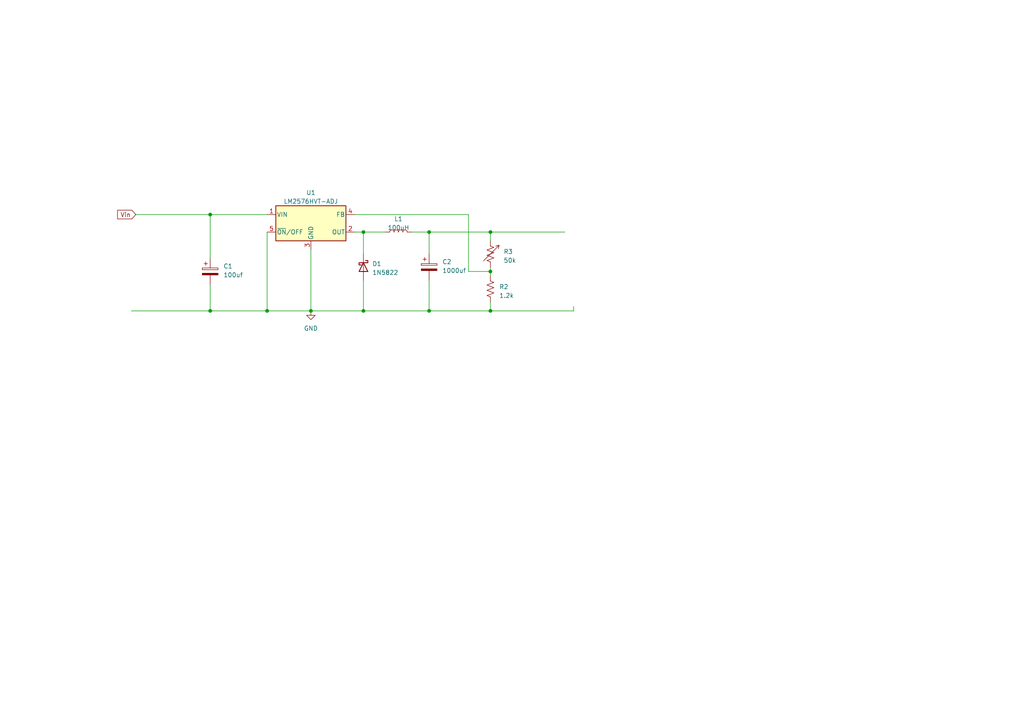
<source format=kicad_sch>
(kicad_sch (version 20230121) (generator eeschema)

  (uuid b3865e98-d021-43a3-b237-15b6d0476e9a)

  (paper "A4")

  (lib_symbols
    (symbol "Device:C_Polarized" (pin_numbers hide) (pin_names (offset 0.254)) (in_bom yes) (on_board yes)
      (property "Reference" "C" (at 0.635 2.54 0)
        (effects (font (size 1.27 1.27)) (justify left))
      )
      (property "Value" "C_Polarized" (at 0.635 -2.54 0)
        (effects (font (size 1.27 1.27)) (justify left))
      )
      (property "Footprint" "" (at 0.9652 -3.81 0)
        (effects (font (size 1.27 1.27)) hide)
      )
      (property "Datasheet" "~" (at 0 0 0)
        (effects (font (size 1.27 1.27)) hide)
      )
      (property "ki_keywords" "cap capacitor" (at 0 0 0)
        (effects (font (size 1.27 1.27)) hide)
      )
      (property "ki_description" "Polarized capacitor" (at 0 0 0)
        (effects (font (size 1.27 1.27)) hide)
      )
      (property "ki_fp_filters" "CP_*" (at 0 0 0)
        (effects (font (size 1.27 1.27)) hide)
      )
      (symbol "C_Polarized_0_1"
        (rectangle (start -2.286 0.508) (end 2.286 1.016)
          (stroke (width 0) (type default))
          (fill (type none))
        )
        (polyline
          (pts
            (xy -1.778 2.286)
            (xy -0.762 2.286)
          )
          (stroke (width 0) (type default))
          (fill (type none))
        )
        (polyline
          (pts
            (xy -1.27 2.794)
            (xy -1.27 1.778)
          )
          (stroke (width 0) (type default))
          (fill (type none))
        )
        (rectangle (start 2.286 -0.508) (end -2.286 -1.016)
          (stroke (width 0) (type default))
          (fill (type outline))
        )
      )
      (symbol "C_Polarized_1_1"
        (pin passive line (at 0 3.81 270) (length 2.794)
          (name "~" (effects (font (size 1.27 1.27))))
          (number "1" (effects (font (size 1.27 1.27))))
        )
        (pin passive line (at 0 -3.81 90) (length 2.794)
          (name "~" (effects (font (size 1.27 1.27))))
          (number "2" (effects (font (size 1.27 1.27))))
        )
      )
    )
    (symbol "Device:L" (pin_numbers hide) (pin_names (offset 1.016) hide) (in_bom yes) (on_board yes)
      (property "Reference" "L" (at -1.27 0 90)
        (effects (font (size 1.27 1.27)))
      )
      (property "Value" "L" (at 1.905 0 90)
        (effects (font (size 1.27 1.27)))
      )
      (property "Footprint" "" (at 0 0 0)
        (effects (font (size 1.27 1.27)) hide)
      )
      (property "Datasheet" "~" (at 0 0 0)
        (effects (font (size 1.27 1.27)) hide)
      )
      (property "ki_keywords" "inductor choke coil reactor magnetic" (at 0 0 0)
        (effects (font (size 1.27 1.27)) hide)
      )
      (property "ki_description" "Inductor" (at 0 0 0)
        (effects (font (size 1.27 1.27)) hide)
      )
      (property "ki_fp_filters" "Choke_* *Coil* Inductor_* L_*" (at 0 0 0)
        (effects (font (size 1.27 1.27)) hide)
      )
      (symbol "L_0_1"
        (arc (start 0 -2.54) (mid 0.6323 -1.905) (end 0 -1.27)
          (stroke (width 0) (type default))
          (fill (type none))
        )
        (arc (start 0 -1.27) (mid 0.6323 -0.635) (end 0 0)
          (stroke (width 0) (type default))
          (fill (type none))
        )
        (arc (start 0 0) (mid 0.6323 0.635) (end 0 1.27)
          (stroke (width 0) (type default))
          (fill (type none))
        )
        (arc (start 0 1.27) (mid 0.6323 1.905) (end 0 2.54)
          (stroke (width 0) (type default))
          (fill (type none))
        )
      )
      (symbol "L_1_1"
        (pin passive line (at 0 3.81 270) (length 1.27)
          (name "1" (effects (font (size 1.27 1.27))))
          (number "1" (effects (font (size 1.27 1.27))))
        )
        (pin passive line (at 0 -3.81 90) (length 1.27)
          (name "2" (effects (font (size 1.27 1.27))))
          (number "2" (effects (font (size 1.27 1.27))))
        )
      )
    )
    (symbol "Device:R_US" (pin_numbers hide) (pin_names (offset 0)) (in_bom yes) (on_board yes)
      (property "Reference" "R" (at 2.54 0 90)
        (effects (font (size 1.27 1.27)))
      )
      (property "Value" "R_US" (at -2.54 0 90)
        (effects (font (size 1.27 1.27)))
      )
      (property "Footprint" "" (at 1.016 -0.254 90)
        (effects (font (size 1.27 1.27)) hide)
      )
      (property "Datasheet" "~" (at 0 0 0)
        (effects (font (size 1.27 1.27)) hide)
      )
      (property "ki_keywords" "R res resistor" (at 0 0 0)
        (effects (font (size 1.27 1.27)) hide)
      )
      (property "ki_description" "Resistor, US symbol" (at 0 0 0)
        (effects (font (size 1.27 1.27)) hide)
      )
      (property "ki_fp_filters" "R_*" (at 0 0 0)
        (effects (font (size 1.27 1.27)) hide)
      )
      (symbol "R_US_0_1"
        (polyline
          (pts
            (xy 0 -2.286)
            (xy 0 -2.54)
          )
          (stroke (width 0) (type default))
          (fill (type none))
        )
        (polyline
          (pts
            (xy 0 2.286)
            (xy 0 2.54)
          )
          (stroke (width 0) (type default))
          (fill (type none))
        )
        (polyline
          (pts
            (xy 0 -0.762)
            (xy 1.016 -1.143)
            (xy 0 -1.524)
            (xy -1.016 -1.905)
            (xy 0 -2.286)
          )
          (stroke (width 0) (type default))
          (fill (type none))
        )
        (polyline
          (pts
            (xy 0 0.762)
            (xy 1.016 0.381)
            (xy 0 0)
            (xy -1.016 -0.381)
            (xy 0 -0.762)
          )
          (stroke (width 0) (type default))
          (fill (type none))
        )
        (polyline
          (pts
            (xy 0 2.286)
            (xy 1.016 1.905)
            (xy 0 1.524)
            (xy -1.016 1.143)
            (xy 0 0.762)
          )
          (stroke (width 0) (type default))
          (fill (type none))
        )
      )
      (symbol "R_US_1_1"
        (pin passive line (at 0 3.81 270) (length 1.27)
          (name "~" (effects (font (size 1.27 1.27))))
          (number "1" (effects (font (size 1.27 1.27))))
        )
        (pin passive line (at 0 -3.81 90) (length 1.27)
          (name "~" (effects (font (size 1.27 1.27))))
          (number "2" (effects (font (size 1.27 1.27))))
        )
      )
    )
    (symbol "Device:R_Variable_US" (pin_numbers hide) (pin_names (offset 0)) (in_bom yes) (on_board yes)
      (property "Reference" "R" (at 2.54 -2.54 90)
        (effects (font (size 1.27 1.27)) (justify left))
      )
      (property "Value" "R_Variable_US" (at -2.54 -1.27 90)
        (effects (font (size 1.27 1.27)) (justify left))
      )
      (property "Footprint" "" (at -1.778 0 90)
        (effects (font (size 1.27 1.27)) hide)
      )
      (property "Datasheet" "~" (at 0 0 0)
        (effects (font (size 1.27 1.27)) hide)
      )
      (property "ki_keywords" "R res resistor variable potentiometer rheostat" (at 0 0 0)
        (effects (font (size 1.27 1.27)) hide)
      )
      (property "ki_description" "Variable resistor, US symbol" (at 0 0 0)
        (effects (font (size 1.27 1.27)) hide)
      )
      (property "ki_fp_filters" "R_*" (at 0 0 0)
        (effects (font (size 1.27 1.27)) hide)
      )
      (symbol "R_Variable_US_0_1"
        (polyline
          (pts
            (xy 0 -2.286)
            (xy 0 -2.54)
          )
          (stroke (width 0) (type default))
          (fill (type none))
        )
        (polyline
          (pts
            (xy 0 2.286)
            (xy 0 2.54)
          )
          (stroke (width 0) (type default))
          (fill (type none))
        )
        (polyline
          (pts
            (xy 0 -0.762)
            (xy 1.016 -1.143)
            (xy 0 -1.524)
            (xy -1.016 -1.905)
            (xy 0 -2.286)
          )
          (stroke (width 0) (type default))
          (fill (type none))
        )
        (polyline
          (pts
            (xy 0 0.762)
            (xy 1.016 0.381)
            (xy 0 0)
            (xy -1.016 -0.381)
            (xy 0 -0.762)
          )
          (stroke (width 0) (type default))
          (fill (type none))
        )
        (polyline
          (pts
            (xy 0 2.286)
            (xy 1.016 1.905)
            (xy 0 1.524)
            (xy -1.016 1.143)
            (xy 0 0.762)
          )
          (stroke (width 0.1524) (type default))
          (fill (type none))
        )
        (polyline
          (pts
            (xy 2.286 1.524)
            (xy 2.54 2.54)
            (xy 1.524 2.286)
            (xy 2.54 2.54)
            (xy -2.032 -2.032)
          )
          (stroke (width 0.1524) (type default))
          (fill (type none))
        )
      )
      (symbol "R_Variable_US_1_1"
        (pin passive line (at 0 3.81 270) (length 1.27)
          (name "~" (effects (font (size 1.27 1.27))))
          (number "1" (effects (font (size 1.27 1.27))))
        )
        (pin passive line (at 0 -3.81 90) (length 1.27)
          (name "~" (effects (font (size 1.27 1.27))))
          (number "2" (effects (font (size 1.27 1.27))))
        )
      )
    )
    (symbol "Diode:1N5822" (pin_numbers hide) (pin_names (offset 1.016) hide) (in_bom yes) (on_board yes)
      (property "Reference" "D" (at 0 2.54 0)
        (effects (font (size 1.27 1.27)))
      )
      (property "Value" "1N5822" (at 0 -2.54 0)
        (effects (font (size 1.27 1.27)))
      )
      (property "Footprint" "Diode_THT:D_DO-201AD_P15.24mm_Horizontal" (at 0 -4.445 0)
        (effects (font (size 1.27 1.27)) hide)
      )
      (property "Datasheet" "http://www.vishay.com/docs/88526/1n5820.pdf" (at 0 0 0)
        (effects (font (size 1.27 1.27)) hide)
      )
      (property "ki_keywords" "diode Schottky" (at 0 0 0)
        (effects (font (size 1.27 1.27)) hide)
      )
      (property "ki_description" "40V 3A Schottky Barrier Rectifier Diode, DO-201AD" (at 0 0 0)
        (effects (font (size 1.27 1.27)) hide)
      )
      (property "ki_fp_filters" "D*DO?201AD*" (at 0 0 0)
        (effects (font (size 1.27 1.27)) hide)
      )
      (symbol "1N5822_0_1"
        (polyline
          (pts
            (xy 1.27 0)
            (xy -1.27 0)
          )
          (stroke (width 0) (type default))
          (fill (type none))
        )
        (polyline
          (pts
            (xy 1.27 1.27)
            (xy 1.27 -1.27)
            (xy -1.27 0)
            (xy 1.27 1.27)
          )
          (stroke (width 0.254) (type default))
          (fill (type none))
        )
        (polyline
          (pts
            (xy -1.905 0.635)
            (xy -1.905 1.27)
            (xy -1.27 1.27)
            (xy -1.27 -1.27)
            (xy -0.635 -1.27)
            (xy -0.635 -0.635)
          )
          (stroke (width 0.254) (type default))
          (fill (type none))
        )
      )
      (symbol "1N5822_1_1"
        (pin passive line (at -3.81 0 0) (length 2.54)
          (name "K" (effects (font (size 1.27 1.27))))
          (number "1" (effects (font (size 1.27 1.27))))
        )
        (pin passive line (at 3.81 0 180) (length 2.54)
          (name "A" (effects (font (size 1.27 1.27))))
          (number "2" (effects (font (size 1.27 1.27))))
        )
      )
    )
    (symbol "Regulator_Switching:LM2576HVT-ADJ" (pin_names (offset 0.254)) (in_bom yes) (on_board yes)
      (property "Reference" "U" (at -10.16 6.35 0)
        (effects (font (size 1.27 1.27)) (justify left))
      )
      (property "Value" "LM2576HVT-ADJ" (at 0 6.35 0)
        (effects (font (size 1.27 1.27)) (justify left))
      )
      (property "Footprint" "Package_TO_SOT_THT:TO-220-5_Vertical" (at 0 -6.35 0)
        (effects (font (size 1.27 1.27) italic) (justify left) hide)
      )
      (property "Datasheet" "http://www.ti.com/lit/ds/symlink/lm2576.pdf" (at 0 0 0)
        (effects (font (size 1.27 1.27)) hide)
      )
      (property "ki_keywords" "Step-Down Voltage Regulator 3A Adjustable High Voltage" (at 0 0 0)
        (effects (font (size 1.27 1.27)) hide)
      )
      (property "ki_description" "Adjustable Output Voltage, 3A SIMPLE SWITCHER® Step-Down Voltage Regulator, High Voltage Input, TO-220-5" (at 0 0 0)
        (effects (font (size 1.27 1.27)) hide)
      )
      (property "ki_fp_filters" "TO?220*" (at 0 0 0)
        (effects (font (size 1.27 1.27)) hide)
      )
      (symbol "LM2576HVT-ADJ_0_1"
        (rectangle (start -10.16 5.08) (end 10.16 -5.08)
          (stroke (width 0.254) (type default))
          (fill (type background))
        )
      )
      (symbol "LM2576HVT-ADJ_1_1"
        (pin power_in line (at -12.7 2.54 0) (length 2.54)
          (name "VIN" (effects (font (size 1.27 1.27))))
          (number "1" (effects (font (size 1.27 1.27))))
        )
        (pin output line (at 12.7 -2.54 180) (length 2.54)
          (name "OUT" (effects (font (size 1.27 1.27))))
          (number "2" (effects (font (size 1.27 1.27))))
        )
        (pin power_in line (at 0 -7.62 90) (length 2.54)
          (name "GND" (effects (font (size 1.27 1.27))))
          (number "3" (effects (font (size 1.27 1.27))))
        )
        (pin input line (at 12.7 2.54 180) (length 2.54)
          (name "FB" (effects (font (size 1.27 1.27))))
          (number "4" (effects (font (size 1.27 1.27))))
        )
        (pin input line (at -12.7 -2.54 0) (length 2.54)
          (name "~{ON}/OFF" (effects (font (size 1.27 1.27))))
          (number "5" (effects (font (size 1.27 1.27))))
        )
      )
    )
    (symbol "power:GND" (power) (pin_names (offset 0)) (in_bom yes) (on_board yes)
      (property "Reference" "#PWR" (at 0 -6.35 0)
        (effects (font (size 1.27 1.27)) hide)
      )
      (property "Value" "GND" (at 0 -3.81 0)
        (effects (font (size 1.27 1.27)))
      )
      (property "Footprint" "" (at 0 0 0)
        (effects (font (size 1.27 1.27)) hide)
      )
      (property "Datasheet" "" (at 0 0 0)
        (effects (font (size 1.27 1.27)) hide)
      )
      (property "ki_keywords" "global power" (at 0 0 0)
        (effects (font (size 1.27 1.27)) hide)
      )
      (property "ki_description" "Power symbol creates a global label with name \"GND\" , ground" (at 0 0 0)
        (effects (font (size 1.27 1.27)) hide)
      )
      (symbol "GND_0_1"
        (polyline
          (pts
            (xy 0 0)
            (xy 0 -1.27)
            (xy 1.27 -1.27)
            (xy 0 -2.54)
            (xy -1.27 -1.27)
            (xy 0 -1.27)
          )
          (stroke (width 0) (type default))
          (fill (type none))
        )
      )
      (symbol "GND_1_1"
        (pin power_in line (at 0 0 270) (length 0) hide
          (name "GND" (effects (font (size 1.27 1.27))))
          (number "1" (effects (font (size 1.27 1.27))))
        )
      )
    )
  )

  (junction (at 105.41 90.17) (diameter 0) (color 0 0 0 0)
    (uuid 1e0324ae-0eb6-44ef-8219-4fb263d9bcc8)
  )
  (junction (at 105.41 67.31) (diameter 0) (color 0 0 0 0)
    (uuid 7a67ce16-9124-4c6a-a8bd-88d20c04f81e)
  )
  (junction (at 60.96 62.23) (diameter 0) (color 0 0 0 0)
    (uuid 9918bdf9-1178-49d8-b0d7-1eade9c07ad6)
  )
  (junction (at 124.46 67.31) (diameter 0) (color 0 0 0 0)
    (uuid a01a034f-c206-4a1c-97e6-b8a681dda433)
  )
  (junction (at 60.96 90.17) (diameter 0) (color 0 0 0 0)
    (uuid a56cde23-0829-444f-b580-c2e645f3b5a7)
  )
  (junction (at 142.24 78.74) (diameter 0) (color 0 0 0 0)
    (uuid bfe06bef-775a-4d26-9fb5-b80d45e5c9cb)
  )
  (junction (at 77.47 90.17) (diameter 0) (color 0 0 0 0)
    (uuid c343970e-7926-4258-b3b7-c8a423360c61)
  )
  (junction (at 90.17 90.17) (diameter 0) (color 0 0 0 0)
    (uuid e2e983e2-da3f-48ae-9a8f-b871b0f1d629)
  )
  (junction (at 142.24 67.31) (diameter 0) (color 0 0 0 0)
    (uuid ebab2218-6df9-458b-9167-f50f426c76e2)
  )
  (junction (at 124.46 90.17) (diameter 0) (color 0 0 0 0)
    (uuid efa525c9-846c-4eaa-8f35-9711c1325b99)
  )
  (junction (at 142.24 90.17) (diameter 0) (color 0 0 0 0)
    (uuid ff6f7e3a-8863-458d-8e56-67a2b12849de)
  )

  (wire (pts (xy 119.38 67.31) (xy 124.46 67.31))
    (stroke (width 0) (type default))
    (uuid 04d833cf-58c8-4725-90a3-71a0df4d1046)
  )
  (wire (pts (xy 142.24 67.31) (xy 163.83 67.31))
    (stroke (width 0) (type default))
    (uuid 0a3d1b3e-d21c-4038-9261-e9c890e11b6f)
  )
  (wire (pts (xy 60.96 90.17) (xy 77.47 90.17))
    (stroke (width 0) (type default))
    (uuid 0eab72ae-7233-46e0-8577-acf7eda58929)
  )
  (wire (pts (xy 124.46 90.17) (xy 142.24 90.17))
    (stroke (width 0) (type default))
    (uuid 21bca2c8-5863-4f1e-98a5-e651cefd415c)
  )
  (wire (pts (xy 135.89 78.74) (xy 142.24 78.74))
    (stroke (width 0) (type default))
    (uuid 260ee175-921a-4669-894e-9fce1a4d81f1)
  )
  (wire (pts (xy 77.47 90.17) (xy 90.17 90.17))
    (stroke (width 0) (type default))
    (uuid 486a0c0c-d37c-47e7-b0d9-03ddc226c0ce)
  )
  (wire (pts (xy 105.41 90.17) (xy 124.46 90.17))
    (stroke (width 0) (type default))
    (uuid 4c37f3c6-f271-4183-8475-5d2134fe258f)
  )
  (wire (pts (xy 60.96 62.23) (xy 77.47 62.23))
    (stroke (width 0) (type default))
    (uuid 4e9b96b1-d316-4213-a360-f053990578a8)
  )
  (wire (pts (xy 142.24 78.74) (xy 142.24 80.01))
    (stroke (width 0) (type default))
    (uuid 52282475-6861-4ac9-8b48-3192b0ca5269)
  )
  (wire (pts (xy 142.24 90.17) (xy 166.37 90.17))
    (stroke (width 0) (type default))
    (uuid 71aa9fc2-05d2-4468-a2e6-fc91d99d9808)
  )
  (wire (pts (xy 90.17 72.39) (xy 90.17 90.17))
    (stroke (width 0) (type default))
    (uuid 78eb2722-c7c8-4ecc-b4c6-f3be19e0945b)
  )
  (wire (pts (xy 105.41 67.31) (xy 105.41 73.66))
    (stroke (width 0) (type default))
    (uuid 7ac5a8e7-0388-48a4-b260-9962afe96311)
  )
  (wire (pts (xy 90.17 90.17) (xy 105.41 90.17))
    (stroke (width 0) (type default))
    (uuid 7c9f6b43-297d-469b-8088-c0c1e6c9a2b4)
  )
  (wire (pts (xy 60.96 62.23) (xy 60.96 74.93))
    (stroke (width 0) (type default))
    (uuid 7d7a1eb5-a7e9-43aa-a61b-77cdd48eea7d)
  )
  (wire (pts (xy 166.37 88.9) (xy 166.37 90.17))
    (stroke (width 0) (type default))
    (uuid 821ab4a9-e4ca-432e-ade8-d6e13287801b)
  )
  (wire (pts (xy 77.47 67.31) (xy 77.47 90.17))
    (stroke (width 0) (type default))
    (uuid 8b999749-e2a3-4120-bd9f-f0b68add8008)
  )
  (wire (pts (xy 60.96 82.55) (xy 60.96 90.17))
    (stroke (width 0) (type default))
    (uuid 8f783ce1-2cd7-4abd-9673-ab55729f0d7c)
  )
  (wire (pts (xy 38.1 90.17) (xy 60.96 90.17))
    (stroke (width 0) (type default))
    (uuid 9b66f03c-dc51-46ed-88cd-4f56b6243ea5)
  )
  (wire (pts (xy 102.87 67.31) (xy 105.41 67.31))
    (stroke (width 0) (type default))
    (uuid 9bb20565-179b-4cbf-b4bf-d04253cfe048)
  )
  (wire (pts (xy 105.41 81.28) (xy 105.41 90.17))
    (stroke (width 0) (type default))
    (uuid 9e29db3f-0d85-4f05-aed6-e044c5b77d2b)
  )
  (wire (pts (xy 124.46 67.31) (xy 142.24 67.31))
    (stroke (width 0) (type default))
    (uuid 9e3902bf-1a46-4ce0-a9ef-6397049f7c39)
  )
  (wire (pts (xy 142.24 77.47) (xy 142.24 78.74))
    (stroke (width 0) (type default))
    (uuid 9fb05458-dad3-496e-b9dc-d4459feb1b70)
  )
  (wire (pts (xy 102.87 62.23) (xy 135.89 62.23))
    (stroke (width 0) (type default))
    (uuid a2c984c4-b759-4c78-b7b4-b6490af692f4)
  )
  (wire (pts (xy 124.46 73.66) (xy 124.46 67.31))
    (stroke (width 0) (type default))
    (uuid baac8d2a-2aff-4a2f-9cba-b49eb1691799)
  )
  (wire (pts (xy 142.24 67.31) (xy 142.24 69.85))
    (stroke (width 0) (type default))
    (uuid cef632c9-ef3b-4ea2-9930-e7efda08a88d)
  )
  (wire (pts (xy 39.37 62.23) (xy 60.96 62.23))
    (stroke (width 0) (type default))
    (uuid d2bd3224-c36e-4e95-b1c9-a3e35800df3b)
  )
  (wire (pts (xy 124.46 81.28) (xy 124.46 90.17))
    (stroke (width 0) (type default))
    (uuid d721e9ce-9970-4421-a23c-de90dec11803)
  )
  (wire (pts (xy 142.24 87.63) (xy 142.24 90.17))
    (stroke (width 0) (type default))
    (uuid ec09d82f-257a-4f71-b635-6412c699d87b)
  )
  (wire (pts (xy 135.89 62.23) (xy 135.89 78.74))
    (stroke (width 0) (type default))
    (uuid eedc3b76-2508-4637-b206-30336878fd82)
  )
  (wire (pts (xy 105.41 67.31) (xy 111.76 67.31))
    (stroke (width 0) (type default))
    (uuid f06cdd88-1a34-435f-b08f-30a75634ae24)
  )

  (global_label "Vin" (shape input) (at 39.37 62.23 180) (fields_autoplaced)
    (effects (font (size 1.27 1.27)) (justify right))
    (uuid 5b04e793-1ed7-443a-8246-dad48cdfbb28)
    (property "Intersheetrefs" "${INTERSHEET_REFS}" (at 33.6218 62.23 0)
      (effects (font (size 1.27 1.27)) (justify right) hide)
    )
  )

  (symbol (lib_id "Regulator_Switching:LM2576HVT-ADJ") (at 90.17 64.77 0) (unit 1)
    (in_bom yes) (on_board yes) (dnp no) (fields_autoplaced)
    (uuid 47900f0b-71c9-4f19-989e-f3502aa40267)
    (property "Reference" "U1" (at 90.17 55.88 0)
      (effects (font (size 1.27 1.27)))
    )
    (property "Value" "LM2576HVT-ADJ" (at 90.17 58.42 0)
      (effects (font (size 1.27 1.27)))
    )
    (property "Footprint" "Package_TO_SOT_THT:TO-220-5_Vertical" (at 90.17 71.12 0)
      (effects (font (size 1.27 1.27) italic) (justify left) hide)
    )
    (property "Datasheet" "http://www.ti.com/lit/ds/symlink/lm2576.pdf" (at 90.17 64.77 0)
      (effects (font (size 1.27 1.27)) hide)
    )
    (pin "1" (uuid 8dddd50e-e62a-44c0-ace2-ad590a3086ef))
    (pin "2" (uuid 5dc73efb-1e10-4121-9aba-73ca04a78aa3))
    (pin "3" (uuid e420c408-7250-4fdc-a545-a80f78d34ff1))
    (pin "4" (uuid 706dd13b-ed6a-4865-945e-be0de66c40f7))
    (pin "5" (uuid ac759776-c75d-419f-81f8-cfb252e3774c))
    (instances
      (project "Buck convertor circuit"
        (path "/b3865e98-d021-43a3-b237-15b6d0476e9a"
          (reference "U1") (unit 1)
        )
      )
    )
  )

  (symbol (lib_id "Device:C_Polarized") (at 60.96 78.74 0) (unit 1)
    (in_bom yes) (on_board yes) (dnp no) (fields_autoplaced)
    (uuid 63ec10f5-33e7-427d-88d7-9b5a6c5d2109)
    (property "Reference" "C1" (at 64.77 77.216 0)
      (effects (font (size 1.27 1.27)) (justify left))
    )
    (property "Value" "100uf" (at 64.77 79.756 0)
      (effects (font (size 1.27 1.27)) (justify left))
    )
    (property "Footprint" "" (at 61.9252 82.55 0)
      (effects (font (size 1.27 1.27)) hide)
    )
    (property "Datasheet" "~" (at 60.96 78.74 0)
      (effects (font (size 1.27 1.27)) hide)
    )
    (pin "1" (uuid 67d3ab3e-fa79-4fd8-903c-8b8d932c56eb))
    (pin "2" (uuid 60e2af44-c21d-4677-b93c-d45b54a1937a))
    (instances
      (project "Buck convertor circuit"
        (path "/b3865e98-d021-43a3-b237-15b6d0476e9a"
          (reference "C1") (unit 1)
        )
      )
    )
  )

  (symbol (lib_id "Device:R_US") (at 142.24 83.82 0) (unit 1)
    (in_bom yes) (on_board yes) (dnp no) (fields_autoplaced)
    (uuid 704b2b12-2015-41ba-a887-fe2a5f6ab2d7)
    (property "Reference" "R2" (at 144.78 83.185 0)
      (effects (font (size 1.27 1.27)) (justify left))
    )
    (property "Value" "1.2k" (at 144.78 85.725 0)
      (effects (font (size 1.27 1.27)) (justify left))
    )
    (property "Footprint" "" (at 143.256 84.074 90)
      (effects (font (size 1.27 1.27)) hide)
    )
    (property "Datasheet" "~" (at 142.24 83.82 0)
      (effects (font (size 1.27 1.27)) hide)
    )
    (pin "1" (uuid 74306848-b027-4e94-82fc-0c7a99f5a294))
    (pin "2" (uuid 5609a634-4bc4-4db7-9786-d08cb77708a1))
    (instances
      (project "Buck convertor circuit"
        (path "/b3865e98-d021-43a3-b237-15b6d0476e9a"
          (reference "R2") (unit 1)
        )
      )
    )
  )

  (symbol (lib_id "Diode:1N5822") (at 105.41 77.47 270) (unit 1)
    (in_bom yes) (on_board yes) (dnp no)
    (uuid 7225f04d-3d9a-4774-87e9-bedaa18d9590)
    (property "Reference" "D1" (at 107.95 76.5175 90)
      (effects (font (size 1.27 1.27)) (justify left))
    )
    (property "Value" "1N5822" (at 107.95 79.0575 90)
      (effects (font (size 1.27 1.27)) (justify left))
    )
    (property "Footprint" "Diode_THT:D_DO-201AD_P15.24mm_Horizontal" (at 100.965 77.47 0)
      (effects (font (size 1.27 1.27)) hide)
    )
    (property "Datasheet" "http://www.vishay.com/docs/88526/1n5820.pdf" (at 105.41 77.47 0)
      (effects (font (size 1.27 1.27)) hide)
    )
    (pin "1" (uuid 75d9ffa6-a6b6-4b75-82c9-1d701a3c8a07))
    (pin "2" (uuid 26ea53ae-d9fd-40d1-adb4-04c790765631))
    (instances
      (project "Buck convertor circuit"
        (path "/b3865e98-d021-43a3-b237-15b6d0476e9a"
          (reference "D1") (unit 1)
        )
      )
    )
  )

  (symbol (lib_id "Device:R_Variable_US") (at 142.24 73.66 0) (unit 1)
    (in_bom yes) (on_board yes) (dnp no) (fields_autoplaced)
    (uuid 98711170-44b1-4464-8531-3c08dfc1961e)
    (property "Reference" "R3" (at 146.05 72.9869 0)
      (effects (font (size 1.27 1.27)) (justify left))
    )
    (property "Value" "50k" (at 146.05 75.5269 0)
      (effects (font (size 1.27 1.27)) (justify left))
    )
    (property "Footprint" "" (at 140.462 73.66 90)
      (effects (font (size 1.27 1.27)) hide)
    )
    (property "Datasheet" "~" (at 142.24 73.66 0)
      (effects (font (size 1.27 1.27)) hide)
    )
    (pin "1" (uuid a6cf7ad1-5515-4163-9226-943ed3708867))
    (pin "2" (uuid bdf4b195-c53d-4d47-a116-4090434b4ccc))
    (instances
      (project "Buck convertor circuit"
        (path "/b3865e98-d021-43a3-b237-15b6d0476e9a"
          (reference "R3") (unit 1)
        )
      )
    )
  )

  (symbol (lib_id "Device:C_Polarized") (at 124.46 77.47 0) (unit 1)
    (in_bom yes) (on_board yes) (dnp no) (fields_autoplaced)
    (uuid b2ff6ea1-8d54-4bc6-86f1-03acc41ed545)
    (property "Reference" "C2" (at 128.27 75.946 0)
      (effects (font (size 1.27 1.27)) (justify left))
    )
    (property "Value" "1000uf" (at 128.27 78.486 0)
      (effects (font (size 1.27 1.27)) (justify left))
    )
    (property "Footprint" "" (at 125.4252 81.28 0)
      (effects (font (size 1.27 1.27)) hide)
    )
    (property "Datasheet" "~" (at 124.46 77.47 0)
      (effects (font (size 1.27 1.27)) hide)
    )
    (pin "1" (uuid 2bc4820d-85de-4efb-a573-48252365641d))
    (pin "2" (uuid d3df03d4-7b8f-4966-9971-50b9dee9e926))
    (instances
      (project "Buck convertor circuit"
        (path "/b3865e98-d021-43a3-b237-15b6d0476e9a"
          (reference "C2") (unit 1)
        )
      )
    )
  )

  (symbol (lib_id "Device:L") (at 115.57 67.31 90) (unit 1)
    (in_bom yes) (on_board yes) (dnp no) (fields_autoplaced)
    (uuid b609452a-e3a1-434b-be67-68bedc559625)
    (property "Reference" "L1" (at 115.57 63.5 90)
      (effects (font (size 1.27 1.27)))
    )
    (property "Value" "100uH" (at 115.57 66.04 90)
      (effects (font (size 1.27 1.27)))
    )
    (property "Footprint" "" (at 115.57 67.31 0)
      (effects (font (size 1.27 1.27)) hide)
    )
    (property "Datasheet" "~" (at 115.57 67.31 0)
      (effects (font (size 1.27 1.27)) hide)
    )
    (pin "1" (uuid 1949b728-635b-4534-98b1-c3da35e8e253))
    (pin "2" (uuid 7ba5aa64-9507-4cd9-92e2-3b95ac313236))
    (instances
      (project "Buck convertor circuit"
        (path "/b3865e98-d021-43a3-b237-15b6d0476e9a"
          (reference "L1") (unit 1)
        )
      )
    )
  )

  (symbol (lib_id "power:GND") (at 90.17 90.17 0) (unit 1)
    (in_bom yes) (on_board yes) (dnp no) (fields_autoplaced)
    (uuid f308fbfb-3ff6-4801-bcc7-5313b65fb54f)
    (property "Reference" "#PWR01" (at 90.17 96.52 0)
      (effects (font (size 1.27 1.27)) hide)
    )
    (property "Value" "GND" (at 90.17 95.25 0)
      (effects (font (size 1.27 1.27)))
    )
    (property "Footprint" "" (at 90.17 90.17 0)
      (effects (font (size 1.27 1.27)) hide)
    )
    (property "Datasheet" "" (at 90.17 90.17 0)
      (effects (font (size 1.27 1.27)) hide)
    )
    (pin "1" (uuid 3e768b19-0ac4-4247-90f8-9587b15b6dd0))
    (instances
      (project "Buck convertor circuit"
        (path "/b3865e98-d021-43a3-b237-15b6d0476e9a"
          (reference "#PWR01") (unit 1)
        )
      )
    )
  )

  (sheet_instances
    (path "/" (page "1"))
  )
)

</source>
